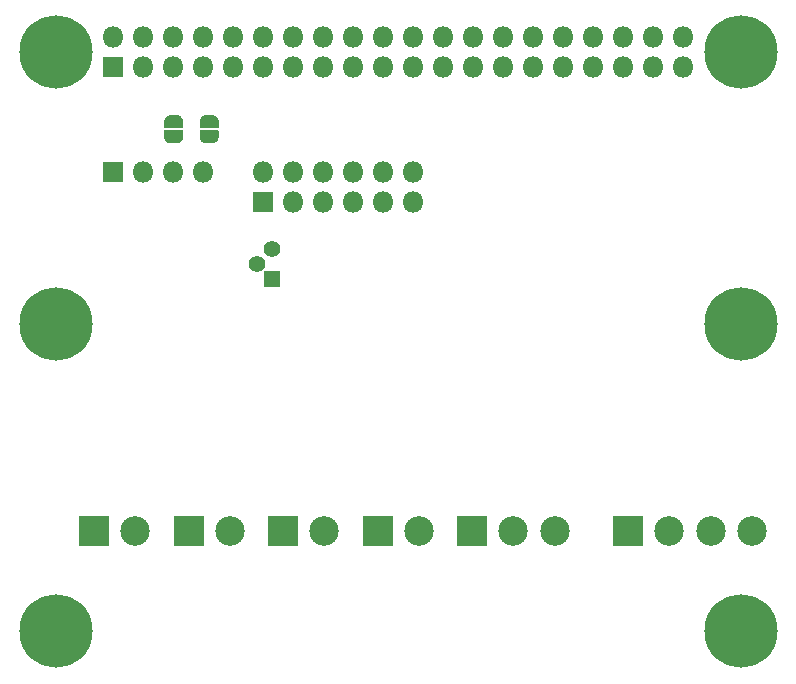
<source format=gbs>
G04 #@! TF.GenerationSoftware,KiCad,Pcbnew,(5.1.5-0-10_14)*
G04 #@! TF.CreationDate,2020-04-19T22:53:18-04:00*
G04 #@! TF.ProjectId,RPi-pHat-Thermocouple,5250692d-7048-4617-942d-546865726d6f,rev?*
G04 #@! TF.SameCoordinates,Original*
G04 #@! TF.FileFunction,Soldermask,Bot*
G04 #@! TF.FilePolarity,Negative*
%FSLAX46Y46*%
G04 Gerber Fmt 4.6, Leading zero omitted, Abs format (unit mm)*
G04 Created by KiCad (PCBNEW (5.1.5-0-10_14)) date 2020-04-19 22:53:18*
%MOMM*%
%LPD*%
G04 APERTURE LIST*
%ADD10R,1.801600X1.801600*%
%ADD11O,1.801600X1.801600*%
%ADD12C,6.200000*%
%ADD13C,2.501600*%
%ADD14R,2.501600X2.501600*%
%ADD15C,1.401600*%
%ADD16R,1.401600X1.401600*%
%ADD17C,0.152400*%
G04 APERTURE END LIST*
D10*
X33600000Y-40640000D03*
D11*
X33600000Y-38100000D03*
X36140000Y-40640000D03*
X36140000Y-38100000D03*
X38680000Y-40640000D03*
X38680000Y-38100000D03*
X41220000Y-40640000D03*
X41220000Y-38100000D03*
X43760000Y-40640000D03*
X43760000Y-38100000D03*
X46300000Y-40640000D03*
X46300000Y-38100000D03*
D12*
X74000000Y-77000000D03*
X16000000Y-77000000D03*
D13*
X74962500Y-68516000D03*
X71462500Y-68516000D03*
X67962500Y-68516000D03*
D14*
X64462500Y-68516000D03*
D13*
X58262500Y-68496000D03*
X54762500Y-68496000D03*
D14*
X51262500Y-68496000D03*
D13*
X46762500Y-68516000D03*
D14*
X43262500Y-68516000D03*
D13*
X38762500Y-68516000D03*
D14*
X35262500Y-68516000D03*
D13*
X30762500Y-68516000D03*
D14*
X27262500Y-68516000D03*
D13*
X22762500Y-68516000D03*
D14*
X19262500Y-68516000D03*
D12*
X16000000Y-51000000D03*
X74000000Y-28000000D03*
X74000000Y-51000000D03*
X16000000Y-28000000D03*
D10*
X20870000Y-29270000D03*
D11*
X20870000Y-26730000D03*
X23410000Y-29270000D03*
X23410000Y-26730000D03*
X25950000Y-29270000D03*
X25950000Y-26730000D03*
X28490000Y-29270000D03*
X28490000Y-26730000D03*
X31030000Y-29270000D03*
X31030000Y-26730000D03*
X33570000Y-29270000D03*
X33570000Y-26730000D03*
X36110000Y-29270000D03*
X36110000Y-26730000D03*
X38650000Y-29270000D03*
X38650000Y-26730000D03*
X41190000Y-29270000D03*
X41190000Y-26730000D03*
X43730000Y-29270000D03*
X43730000Y-26730000D03*
X46270000Y-29270000D03*
X46270000Y-26730000D03*
X48810000Y-29270000D03*
X48810000Y-26730000D03*
X51350000Y-29270000D03*
X51350000Y-26730000D03*
X53890000Y-29270000D03*
X53890000Y-26730000D03*
X56430000Y-29270000D03*
X56430000Y-26730000D03*
X58970000Y-29270000D03*
X58970000Y-26730000D03*
X61510000Y-29270000D03*
X61510000Y-26730000D03*
X64050000Y-29270000D03*
X64050000Y-26730000D03*
X66590000Y-29270000D03*
X66590000Y-26730000D03*
X69130000Y-29270000D03*
X69130000Y-26730000D03*
D15*
X33027500Y-45931000D03*
X34297500Y-44661000D03*
D16*
X34297500Y-47201000D03*
D10*
X20828000Y-38100000D03*
D11*
X23368000Y-38100000D03*
X25908000Y-38100000D03*
X28448000Y-38100000D03*
D17*
G36*
X29799824Y-34359911D02*
G01*
X29796933Y-34369440D01*
X29792239Y-34378223D01*
X29785921Y-34385921D01*
X29778223Y-34392239D01*
X29769440Y-34396933D01*
X29759911Y-34399824D01*
X29750000Y-34400800D01*
X28250000Y-34400800D01*
X28240089Y-34399824D01*
X28230560Y-34396933D01*
X28221777Y-34392239D01*
X28214079Y-34385921D01*
X28207761Y-34378223D01*
X28203067Y-34369440D01*
X28200176Y-34359911D01*
X28199200Y-34350000D01*
X28199200Y-33850000D01*
X28199802Y-33843887D01*
X28199802Y-33825466D01*
X28200047Y-33820486D01*
X28204857Y-33771655D01*
X28205588Y-33766725D01*
X28215160Y-33718600D01*
X28216372Y-33713763D01*
X28230616Y-33666808D01*
X28232295Y-33662115D01*
X28251072Y-33616782D01*
X28253204Y-33612274D01*
X28276335Y-33569001D01*
X28278897Y-33564727D01*
X28306157Y-33523928D01*
X28309127Y-33519923D01*
X28340255Y-33481994D01*
X28343603Y-33478300D01*
X28378300Y-33443603D01*
X28381994Y-33440255D01*
X28419923Y-33409127D01*
X28423928Y-33406157D01*
X28464727Y-33378897D01*
X28469001Y-33376335D01*
X28512274Y-33353204D01*
X28516782Y-33351072D01*
X28562115Y-33332295D01*
X28566808Y-33330616D01*
X28613763Y-33316372D01*
X28618600Y-33315160D01*
X28666725Y-33305588D01*
X28671655Y-33304857D01*
X28720486Y-33300047D01*
X28725466Y-33299802D01*
X28743887Y-33299802D01*
X28750000Y-33299200D01*
X29250000Y-33299200D01*
X29256113Y-33299802D01*
X29274534Y-33299802D01*
X29279514Y-33300047D01*
X29328345Y-33304857D01*
X29333275Y-33305588D01*
X29381400Y-33315160D01*
X29386237Y-33316372D01*
X29433192Y-33330616D01*
X29437885Y-33332295D01*
X29483218Y-33351072D01*
X29487726Y-33353204D01*
X29530999Y-33376335D01*
X29535273Y-33378897D01*
X29576072Y-33406157D01*
X29580077Y-33409127D01*
X29618006Y-33440255D01*
X29621700Y-33443603D01*
X29656397Y-33478300D01*
X29659745Y-33481994D01*
X29690873Y-33519923D01*
X29693843Y-33523928D01*
X29721103Y-33564727D01*
X29723665Y-33569001D01*
X29746796Y-33612274D01*
X29748928Y-33616782D01*
X29767705Y-33662115D01*
X29769384Y-33666808D01*
X29783628Y-33713763D01*
X29784840Y-33718600D01*
X29794412Y-33766725D01*
X29795143Y-33771655D01*
X29799953Y-33820486D01*
X29800198Y-33825466D01*
X29800198Y-33843887D01*
X29800800Y-33850000D01*
X29800800Y-34350000D01*
X29799824Y-34359911D01*
G37*
G36*
X29800198Y-35156113D02*
G01*
X29800198Y-35174534D01*
X29799953Y-35179514D01*
X29795143Y-35228345D01*
X29794412Y-35233275D01*
X29784840Y-35281400D01*
X29783628Y-35286237D01*
X29769384Y-35333192D01*
X29767705Y-35337885D01*
X29748928Y-35383218D01*
X29746796Y-35387726D01*
X29723665Y-35430999D01*
X29721103Y-35435273D01*
X29693843Y-35476072D01*
X29690873Y-35480077D01*
X29659745Y-35518006D01*
X29656397Y-35521700D01*
X29621700Y-35556397D01*
X29618006Y-35559745D01*
X29580077Y-35590873D01*
X29576072Y-35593843D01*
X29535273Y-35621103D01*
X29530999Y-35623665D01*
X29487726Y-35646796D01*
X29483218Y-35648928D01*
X29437885Y-35667705D01*
X29433192Y-35669384D01*
X29386237Y-35683628D01*
X29381400Y-35684840D01*
X29333275Y-35694412D01*
X29328345Y-35695143D01*
X29279514Y-35699953D01*
X29274534Y-35700198D01*
X29256113Y-35700198D01*
X29250000Y-35700800D01*
X28750000Y-35700800D01*
X28743887Y-35700198D01*
X28725466Y-35700198D01*
X28720486Y-35699953D01*
X28671655Y-35695143D01*
X28666725Y-35694412D01*
X28618600Y-35684840D01*
X28613763Y-35683628D01*
X28566808Y-35669384D01*
X28562115Y-35667705D01*
X28516782Y-35648928D01*
X28512274Y-35646796D01*
X28469001Y-35623665D01*
X28464727Y-35621103D01*
X28423928Y-35593843D01*
X28419923Y-35590873D01*
X28381994Y-35559745D01*
X28378300Y-35556397D01*
X28343603Y-35521700D01*
X28340255Y-35518006D01*
X28309127Y-35480077D01*
X28306157Y-35476072D01*
X28278897Y-35435273D01*
X28276335Y-35430999D01*
X28253204Y-35387726D01*
X28251072Y-35383218D01*
X28232295Y-35337885D01*
X28230616Y-35333192D01*
X28216372Y-35286237D01*
X28215160Y-35281400D01*
X28205588Y-35233275D01*
X28204857Y-35228345D01*
X28200047Y-35179514D01*
X28199802Y-35174534D01*
X28199802Y-35156113D01*
X28199200Y-35150000D01*
X28199200Y-34650000D01*
X28200176Y-34640089D01*
X28203067Y-34630560D01*
X28207761Y-34621777D01*
X28214079Y-34614079D01*
X28221777Y-34607761D01*
X28230560Y-34603067D01*
X28240089Y-34600176D01*
X28250000Y-34599200D01*
X29750000Y-34599200D01*
X29759911Y-34600176D01*
X29769440Y-34603067D01*
X29778223Y-34607761D01*
X29785921Y-34614079D01*
X29792239Y-34621777D01*
X29796933Y-34630560D01*
X29799824Y-34640089D01*
X29800800Y-34650000D01*
X29800800Y-35150000D01*
X29800198Y-35156113D01*
G37*
G36*
X26800198Y-35156113D02*
G01*
X26800198Y-35174534D01*
X26799953Y-35179514D01*
X26795143Y-35228345D01*
X26794412Y-35233275D01*
X26784840Y-35281400D01*
X26783628Y-35286237D01*
X26769384Y-35333192D01*
X26767705Y-35337885D01*
X26748928Y-35383218D01*
X26746796Y-35387726D01*
X26723665Y-35430999D01*
X26721103Y-35435273D01*
X26693843Y-35476072D01*
X26690873Y-35480077D01*
X26659745Y-35518006D01*
X26656397Y-35521700D01*
X26621700Y-35556397D01*
X26618006Y-35559745D01*
X26580077Y-35590873D01*
X26576072Y-35593843D01*
X26535273Y-35621103D01*
X26530999Y-35623665D01*
X26487726Y-35646796D01*
X26483218Y-35648928D01*
X26437885Y-35667705D01*
X26433192Y-35669384D01*
X26386237Y-35683628D01*
X26381400Y-35684840D01*
X26333275Y-35694412D01*
X26328345Y-35695143D01*
X26279514Y-35699953D01*
X26274534Y-35700198D01*
X26256113Y-35700198D01*
X26250000Y-35700800D01*
X25750000Y-35700800D01*
X25743887Y-35700198D01*
X25725466Y-35700198D01*
X25720486Y-35699953D01*
X25671655Y-35695143D01*
X25666725Y-35694412D01*
X25618600Y-35684840D01*
X25613763Y-35683628D01*
X25566808Y-35669384D01*
X25562115Y-35667705D01*
X25516782Y-35648928D01*
X25512274Y-35646796D01*
X25469001Y-35623665D01*
X25464727Y-35621103D01*
X25423928Y-35593843D01*
X25419923Y-35590873D01*
X25381994Y-35559745D01*
X25378300Y-35556397D01*
X25343603Y-35521700D01*
X25340255Y-35518006D01*
X25309127Y-35480077D01*
X25306157Y-35476072D01*
X25278897Y-35435273D01*
X25276335Y-35430999D01*
X25253204Y-35387726D01*
X25251072Y-35383218D01*
X25232295Y-35337885D01*
X25230616Y-35333192D01*
X25216372Y-35286237D01*
X25215160Y-35281400D01*
X25205588Y-35233275D01*
X25204857Y-35228345D01*
X25200047Y-35179514D01*
X25199802Y-35174534D01*
X25199802Y-35156113D01*
X25199200Y-35150000D01*
X25199200Y-34650000D01*
X25200176Y-34640089D01*
X25203067Y-34630560D01*
X25207761Y-34621777D01*
X25214079Y-34614079D01*
X25221777Y-34607761D01*
X25230560Y-34603067D01*
X25240089Y-34600176D01*
X25250000Y-34599200D01*
X26750000Y-34599200D01*
X26759911Y-34600176D01*
X26769440Y-34603067D01*
X26778223Y-34607761D01*
X26785921Y-34614079D01*
X26792239Y-34621777D01*
X26796933Y-34630560D01*
X26799824Y-34640089D01*
X26800800Y-34650000D01*
X26800800Y-35150000D01*
X26800198Y-35156113D01*
G37*
G36*
X26799824Y-34359911D02*
G01*
X26796933Y-34369440D01*
X26792239Y-34378223D01*
X26785921Y-34385921D01*
X26778223Y-34392239D01*
X26769440Y-34396933D01*
X26759911Y-34399824D01*
X26750000Y-34400800D01*
X25250000Y-34400800D01*
X25240089Y-34399824D01*
X25230560Y-34396933D01*
X25221777Y-34392239D01*
X25214079Y-34385921D01*
X25207761Y-34378223D01*
X25203067Y-34369440D01*
X25200176Y-34359911D01*
X25199200Y-34350000D01*
X25199200Y-33850000D01*
X25199802Y-33843887D01*
X25199802Y-33825466D01*
X25200047Y-33820486D01*
X25204857Y-33771655D01*
X25205588Y-33766725D01*
X25215160Y-33718600D01*
X25216372Y-33713763D01*
X25230616Y-33666808D01*
X25232295Y-33662115D01*
X25251072Y-33616782D01*
X25253204Y-33612274D01*
X25276335Y-33569001D01*
X25278897Y-33564727D01*
X25306157Y-33523928D01*
X25309127Y-33519923D01*
X25340255Y-33481994D01*
X25343603Y-33478300D01*
X25378300Y-33443603D01*
X25381994Y-33440255D01*
X25419923Y-33409127D01*
X25423928Y-33406157D01*
X25464727Y-33378897D01*
X25469001Y-33376335D01*
X25512274Y-33353204D01*
X25516782Y-33351072D01*
X25562115Y-33332295D01*
X25566808Y-33330616D01*
X25613763Y-33316372D01*
X25618600Y-33315160D01*
X25666725Y-33305588D01*
X25671655Y-33304857D01*
X25720486Y-33300047D01*
X25725466Y-33299802D01*
X25743887Y-33299802D01*
X25750000Y-33299200D01*
X26250000Y-33299200D01*
X26256113Y-33299802D01*
X26274534Y-33299802D01*
X26279514Y-33300047D01*
X26328345Y-33304857D01*
X26333275Y-33305588D01*
X26381400Y-33315160D01*
X26386237Y-33316372D01*
X26433192Y-33330616D01*
X26437885Y-33332295D01*
X26483218Y-33351072D01*
X26487726Y-33353204D01*
X26530999Y-33376335D01*
X26535273Y-33378897D01*
X26576072Y-33406157D01*
X26580077Y-33409127D01*
X26618006Y-33440255D01*
X26621700Y-33443603D01*
X26656397Y-33478300D01*
X26659745Y-33481994D01*
X26690873Y-33519923D01*
X26693843Y-33523928D01*
X26721103Y-33564727D01*
X26723665Y-33569001D01*
X26746796Y-33612274D01*
X26748928Y-33616782D01*
X26767705Y-33662115D01*
X26769384Y-33666808D01*
X26783628Y-33713763D01*
X26784840Y-33718600D01*
X26794412Y-33766725D01*
X26795143Y-33771655D01*
X26799953Y-33820486D01*
X26800198Y-33825466D01*
X26800198Y-33843887D01*
X26800800Y-33850000D01*
X26800800Y-34350000D01*
X26799824Y-34359911D01*
G37*
M02*

</source>
